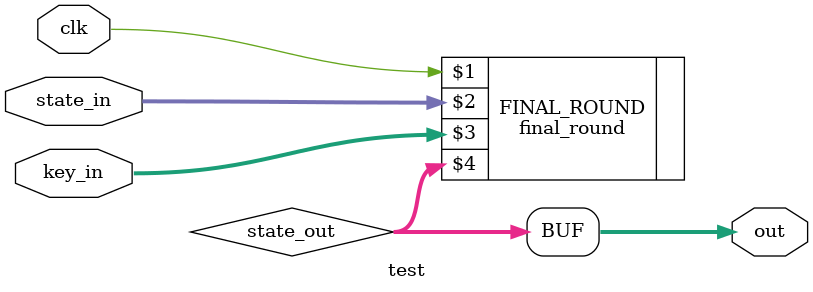
<source format=v>
`include "round.v"
`include "table.v"

module test(
	input  wire         clk, 
	input  wire [127:0] state_in,
	input  wire [127:0] key_in,
	output reg  [127:0] out
);

wire [127:0] state_out;

final_round FINAL_ROUND(clk, state_in, key_in, state_out);

always @(*) begin
	out = state_out;
end

endmodule


</source>
